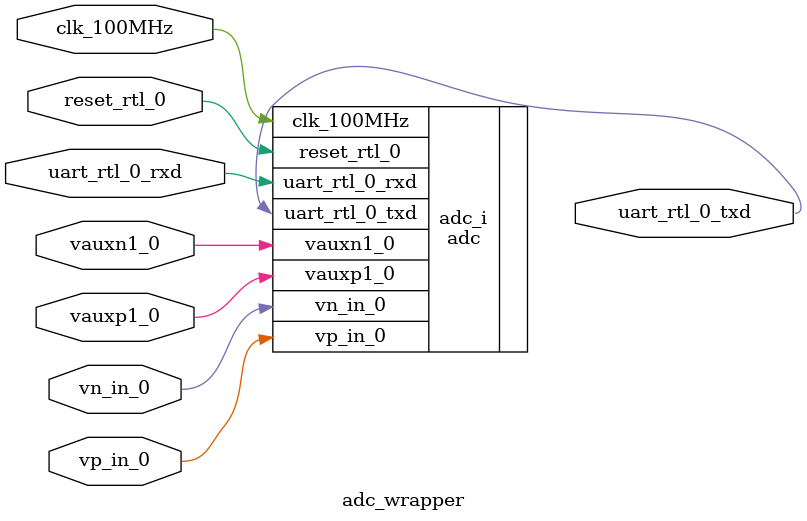
<source format=v>
`timescale 1 ps / 1 ps

module adc_wrapper
   (clk_100MHz,
    reset_rtl_0,
    uart_rtl_0_rxd,
    uart_rtl_0_txd,
    vauxn1_0,
    vauxp1_0,
    vn_in_0,
    vp_in_0);
  input clk_100MHz;
  input reset_rtl_0;
  input uart_rtl_0_rxd;
  output uart_rtl_0_txd;
  input vauxn1_0;
  input vauxp1_0;
  input vn_in_0;
  input vp_in_0;

  wire clk_100MHz;
  wire reset_rtl_0;
  wire uart_rtl_0_rxd;
  wire uart_rtl_0_txd;
  wire vauxn1_0;
  wire vauxp1_0;
  wire vn_in_0;
  wire vp_in_0;

  adc adc_i
       (.clk_100MHz(clk_100MHz),
        .reset_rtl_0(reset_rtl_0),
        .uart_rtl_0_rxd(uart_rtl_0_rxd),
        .uart_rtl_0_txd(uart_rtl_0_txd),
        .vauxn1_0(vauxn1_0),
        .vauxp1_0(vauxp1_0),
        .vn_in_0(vn_in_0),
        .vp_in_0(vp_in_0));
endmodule

</source>
